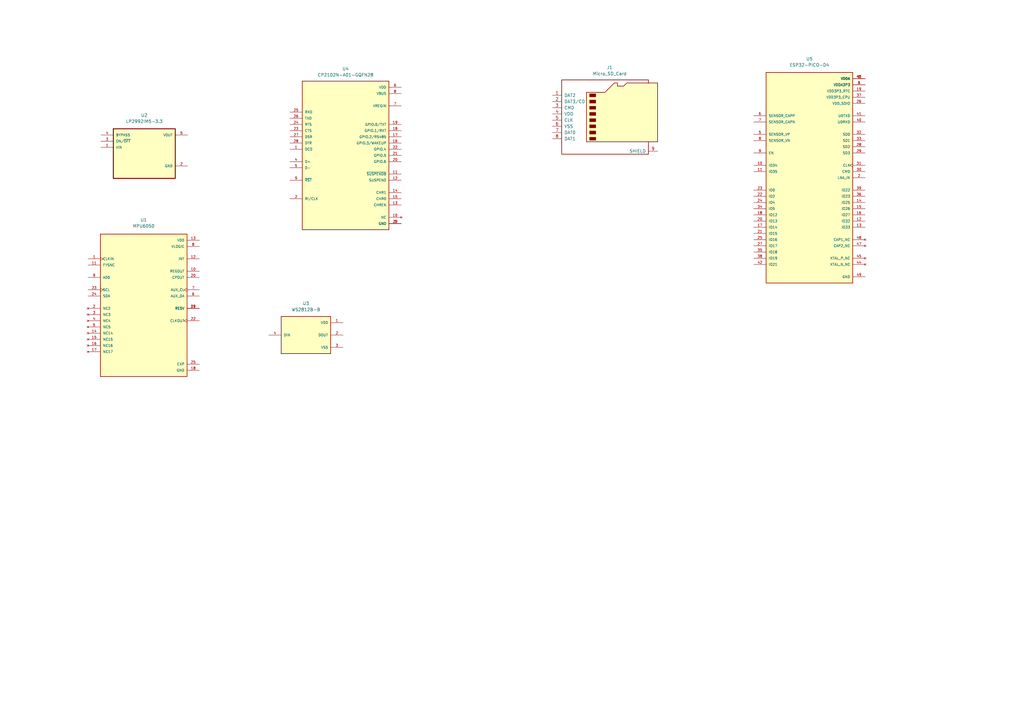
<source format=kicad_sch>
(kicad_sch (version 20211123) (generator eeschema)

  (uuid 54a965ad-d35c-449e-bf42-9804aa86b58e)

  (paper "A3")

  (title_block
    (title "Egret")
    (date "2022-07-08")
    (company "UinIO.com")
  )

  (lib_symbols
    (symbol "CP2102N-A01-GQFN28:CP2102N-A01-GQFN28" (pin_names (offset 1.016)) (in_bom yes) (on_board yes)
      (property "Reference" "U" (id 0) (at -17.8308 31.0896 0)
        (effects (font (size 1.27 1.27)) (justify left bottom))
      )
      (property "Value" "CP2102N-A01-GQFN28" (id 1) (at -17.8054 -31.0388 0)
        (effects (font (size 1.27 1.27)) (justify left bottom))
      )
      (property "Footprint" "QFN50P500X500X80-29N" (id 2) (at 0 0 0)
        (effects (font (size 1.27 1.27)) (justify left bottom) hide)
      )
      (property "Datasheet" "" (id 3) (at 0 0 0)
        (effects (font (size 1.27 1.27)) (justify left bottom) hide)
      )
      (property "STANDARD" "IPC 7351B" (id 4) (at 0 0 0)
        (effects (font (size 1.27 1.27)) (justify left bottom) hide)
      )
      (property "PARTREV" "1.0" (id 5) (at 0 0 0)
        (effects (font (size 1.27 1.27)) (justify left bottom) hide)
      )
      (property "MANUFACTURER" "SILICON LABS" (id 6) (at 0 0 0)
        (effects (font (size 1.27 1.27)) (justify left bottom) hide)
      )
      (property "MAXIMUM_PACKAGE_HEIGHT" "0.8mm" (id 7) (at 0 0 0)
        (effects (font (size 1.27 1.27)) (justify left bottom) hide)
      )
      (property "ki_locked" "" (id 8) (at 0 0 0)
        (effects (font (size 1.27 1.27)))
      )
      (symbol "CP2102N-A01-GQFN28_0_0"
        (rectangle (start -17.78 -30.48) (end 17.78 30.48)
          (stroke (width 0.254) (type default) (color 0 0 0 0))
          (fill (type background))
        )
        (pin input line (at -22.86 2.54 0) (length 5.08)
          (name "DCD" (effects (font (size 1.016 1.016))))
          (number "1" (effects (font (size 1.016 1.016))))
        )
        (pin no_connect line (at 22.86 -25.4 180) (length 5.08)
          (name "NC" (effects (font (size 1.016 1.016))))
          (number "10" (effects (font (size 1.016 1.016))))
        )
        (pin output line (at 22.86 -7.62 180) (length 5.08)
          (name "~{SUSPENDB}" (effects (font (size 1.016 1.016))))
          (number "11" (effects (font (size 1.016 1.016))))
        )
        (pin output line (at 22.86 -10.16 180) (length 5.08)
          (name "SUSPEND" (effects (font (size 1.016 1.016))))
          (number "12" (effects (font (size 1.016 1.016))))
        )
        (pin output line (at 22.86 -20.32 180) (length 5.08)
          (name "CHREN" (effects (font (size 1.016 1.016))))
          (number "13" (effects (font (size 1.016 1.016))))
        )
        (pin output line (at 22.86 -15.24 180) (length 5.08)
          (name "CHR1" (effects (font (size 1.016 1.016))))
          (number "14" (effects (font (size 1.016 1.016))))
        )
        (pin output line (at 22.86 -17.78 180) (length 5.08)
          (name "CHR0" (effects (font (size 1.016 1.016))))
          (number "15" (effects (font (size 1.016 1.016))))
        )
        (pin bidirectional line (at 22.86 5.08 180) (length 5.08)
          (name "GPIO.3/WAKEUP" (effects (font (size 1.016 1.016))))
          (number "16" (effects (font (size 1.016 1.016))))
        )
        (pin bidirectional line (at 22.86 7.62 180) (length 5.08)
          (name "GPIO.2/RS485" (effects (font (size 1.016 1.016))))
          (number "17" (effects (font (size 1.016 1.016))))
        )
        (pin bidirectional line (at 22.86 10.16 180) (length 5.08)
          (name "GPIO.1/RXT" (effects (font (size 1.016 1.016))))
          (number "18" (effects (font (size 1.016 1.016))))
        )
        (pin bidirectional line (at 22.86 12.7 180) (length 5.08)
          (name "GPIO.0/TXT" (effects (font (size 1.016 1.016))))
          (number "19" (effects (font (size 1.016 1.016))))
        )
        (pin bidirectional line (at -22.86 -17.78 0) (length 5.08)
          (name "RI/CLK" (effects (font (size 1.016 1.016))))
          (number "2" (effects (font (size 1.016 1.016))))
        )
        (pin bidirectional line (at 22.86 -2.54 180) (length 5.08)
          (name "GPIO.6" (effects (font (size 1.016 1.016))))
          (number "20" (effects (font (size 1.016 1.016))))
        )
        (pin bidirectional line (at 22.86 0 180) (length 5.08)
          (name "GPIO.5" (effects (font (size 1.016 1.016))))
          (number "21" (effects (font (size 1.016 1.016))))
        )
        (pin bidirectional line (at 22.86 2.54 180) (length 5.08)
          (name "GPIO.4" (effects (font (size 1.016 1.016))))
          (number "22" (effects (font (size 1.016 1.016))))
        )
        (pin input line (at -22.86 10.16 0) (length 5.08)
          (name "CTS" (effects (font (size 1.016 1.016))))
          (number "23" (effects (font (size 1.016 1.016))))
        )
        (pin output line (at -22.86 12.7 0) (length 5.08)
          (name "RTS" (effects (font (size 1.016 1.016))))
          (number "24" (effects (font (size 1.016 1.016))))
        )
        (pin input line (at -22.86 17.78 0) (length 5.08)
          (name "RXD" (effects (font (size 1.016 1.016))))
          (number "25" (effects (font (size 1.016 1.016))))
        )
        (pin output line (at -22.86 15.24 0) (length 5.08)
          (name "TXD" (effects (font (size 1.016 1.016))))
          (number "26" (effects (font (size 1.016 1.016))))
        )
        (pin input line (at -22.86 7.62 0) (length 5.08)
          (name "DSR" (effects (font (size 1.016 1.016))))
          (number "27" (effects (font (size 1.016 1.016))))
        )
        (pin output line (at -22.86 5.08 0) (length 5.08)
          (name "DTR" (effects (font (size 1.016 1.016))))
          (number "28" (effects (font (size 1.016 1.016))))
        )
        (pin power_in line (at 22.86 -27.94 180) (length 5.08)
          (name "GND" (effects (font (size 1.016 1.016))))
          (number "29" (effects (font (size 1.016 1.016))))
        )
        (pin power_in line (at 22.86 -27.94 180) (length 5.08)
          (name "GND" (effects (font (size 1.016 1.016))))
          (number "3" (effects (font (size 1.016 1.016))))
        )
        (pin bidirectional line (at -22.86 -2.54 0) (length 5.08)
          (name "D+" (effects (font (size 1.016 1.016))))
          (number "4" (effects (font (size 1.016 1.016))))
        )
        (pin bidirectional line (at -22.86 -5.08 0) (length 5.08)
          (name "D-" (effects (font (size 1.016 1.016))))
          (number "5" (effects (font (size 1.016 1.016))))
        )
        (pin power_in line (at 22.86 27.94 180) (length 5.08)
          (name "VDD" (effects (font (size 1.016 1.016))))
          (number "6" (effects (font (size 1.016 1.016))))
        )
        (pin power_in line (at 22.86 20.32 180) (length 5.08)
          (name "VREGIN" (effects (font (size 1.016 1.016))))
          (number "7" (effects (font (size 1.016 1.016))))
        )
        (pin power_in line (at 22.86 25.4 180) (length 5.08)
          (name "VBUS" (effects (font (size 1.016 1.016))))
          (number "8" (effects (font (size 1.016 1.016))))
        )
        (pin input line (at -22.86 -10.16 0) (length 5.08)
          (name "~{RST}" (effects (font (size 1.016 1.016))))
          (number "9" (effects (font (size 1.016 1.016))))
        )
      )
    )
    (symbol "Connector:Micro_SD_Card" (pin_names (offset 1.016)) (in_bom yes) (on_board yes)
      (property "Reference" "J" (id 0) (at -16.51 15.24 0)
        (effects (font (size 1.27 1.27)))
      )
      (property "Value" "Micro_SD_Card" (id 1) (at 16.51 15.24 0)
        (effects (font (size 1.27 1.27)) (justify right))
      )
      (property "Footprint" "" (id 2) (at 29.21 7.62 0)
        (effects (font (size 1.27 1.27)) hide)
      )
      (property "Datasheet" "http://katalog.we-online.de/em/datasheet/693072010801.pdf" (id 3) (at 0 0 0)
        (effects (font (size 1.27 1.27)) hide)
      )
      (property "ki_keywords" "connector SD microsd" (id 4) (at 0 0 0)
        (effects (font (size 1.27 1.27)) hide)
      )
      (property "ki_description" "Micro SD Card Socket" (id 5) (at 0 0 0)
        (effects (font (size 1.27 1.27)) hide)
      )
      (property "ki_fp_filters" "microSD*" (id 6) (at 0 0 0)
        (effects (font (size 1.27 1.27)) hide)
      )
      (symbol "Micro_SD_Card_0_1"
        (rectangle (start -7.62 -9.525) (end -5.08 -10.795)
          (stroke (width 0) (type default) (color 0 0 0 0))
          (fill (type outline))
        )
        (rectangle (start -7.62 -6.985) (end -5.08 -8.255)
          (stroke (width 0) (type default) (color 0 0 0 0))
          (fill (type outline))
        )
        (rectangle (start -7.62 -4.445) (end -5.08 -5.715)
          (stroke (width 0) (type default) (color 0 0 0 0))
          (fill (type outline))
        )
        (rectangle (start -7.62 -1.905) (end -5.08 -3.175)
          (stroke (width 0) (type default) (color 0 0 0 0))
          (fill (type outline))
        )
        (rectangle (start -7.62 0.635) (end -5.08 -0.635)
          (stroke (width 0) (type default) (color 0 0 0 0))
          (fill (type outline))
        )
        (rectangle (start -7.62 3.175) (end -5.08 1.905)
          (stroke (width 0) (type default) (color 0 0 0 0))
          (fill (type outline))
        )
        (rectangle (start -7.62 5.715) (end -5.08 4.445)
          (stroke (width 0) (type default) (color 0 0 0 0))
          (fill (type outline))
        )
        (rectangle (start -7.62 8.255) (end -5.08 6.985)
          (stroke (width 0) (type default) (color 0 0 0 0))
          (fill (type outline))
        )
        (polyline
          (pts
            (xy 16.51 12.7)
            (xy 16.51 13.97)
            (xy -19.05 13.97)
            (xy -19.05 -16.51)
            (xy 16.51 -16.51)
            (xy 16.51 -11.43)
          )
          (stroke (width 0.254) (type default) (color 0 0 0 0))
          (fill (type none))
        )
        (polyline
          (pts
            (xy -8.89 -11.43)
            (xy -8.89 8.89)
            (xy -1.27 8.89)
            (xy 2.54 12.7)
            (xy 3.81 12.7)
            (xy 3.81 11.43)
            (xy 6.35 11.43)
            (xy 7.62 12.7)
            (xy 20.32 12.7)
            (xy 20.32 -11.43)
            (xy -8.89 -11.43)
          )
          (stroke (width 0.254) (type default) (color 0 0 0 0))
          (fill (type background))
        )
      )
      (symbol "Micro_SD_Card_1_1"
        (pin bidirectional line (at -22.86 7.62 0) (length 3.81)
          (name "DAT2" (effects (font (size 1.27 1.27))))
          (number "1" (effects (font (size 1.27 1.27))))
        )
        (pin bidirectional line (at -22.86 5.08 0) (length 3.81)
          (name "DAT3/CD" (effects (font (size 1.27 1.27))))
          (number "2" (effects (font (size 1.27 1.27))))
        )
        (pin input line (at -22.86 2.54 0) (length 3.81)
          (name "CMD" (effects (font (size 1.27 1.27))))
          (number "3" (effects (font (size 1.27 1.27))))
        )
        (pin power_in line (at -22.86 0 0) (length 3.81)
          (name "VDD" (effects (font (size 1.27 1.27))))
          (number "4" (effects (font (size 1.27 1.27))))
        )
        (pin input line (at -22.86 -2.54 0) (length 3.81)
          (name "CLK" (effects (font (size 1.27 1.27))))
          (number "5" (effects (font (size 1.27 1.27))))
        )
        (pin power_in line (at -22.86 -5.08 0) (length 3.81)
          (name "VSS" (effects (font (size 1.27 1.27))))
          (number "6" (effects (font (size 1.27 1.27))))
        )
        (pin bidirectional line (at -22.86 -7.62 0) (length 3.81)
          (name "DAT0" (effects (font (size 1.27 1.27))))
          (number "7" (effects (font (size 1.27 1.27))))
        )
        (pin bidirectional line (at -22.86 -10.16 0) (length 3.81)
          (name "DAT1" (effects (font (size 1.27 1.27))))
          (number "8" (effects (font (size 1.27 1.27))))
        )
        (pin passive line (at 20.32 -15.24 180) (length 3.81)
          (name "SHIELD" (effects (font (size 1.27 1.27))))
          (number "9" (effects (font (size 1.27 1.27))))
        )
      )
    )
    (symbol "ESP32-PICO-D4:ESP32-PICO-D4" (pin_names (offset 1.016)) (in_bom yes) (on_board yes)
      (property "Reference" "U" (id 0) (at -17.78 44.069 0)
        (effects (font (size 1.27 1.27)) (justify left bottom))
      )
      (property "Value" "ESP32-PICO-D4" (id 1) (at -17.78 -45.72 0)
        (effects (font (size 1.27 1.27)) (justify left bottom))
      )
      (property "Footprint" "PQFN50P700X700X104-49N" (id 2) (at 0 0 0)
        (effects (font (size 1.27 1.27)) (justify left bottom) hide)
      )
      (property "Datasheet" "" (id 3) (at 0 0 0)
        (effects (font (size 1.27 1.27)) (justify left bottom) hide)
      )
      (property "PARTREV" "v1.9" (id 4) (at 0 0 0)
        (effects (font (size 1.27 1.27)) (justify left bottom) hide)
      )
      (property "MANUFACTURER" "Espressif Systems" (id 5) (at 0 0 0)
        (effects (font (size 1.27 1.27)) (justify left bottom) hide)
      )
      (property "MAXIMUM_PACKAGE_HEIGHT" "1.04 mm" (id 6) (at 0 0 0)
        (effects (font (size 1.27 1.27)) (justify left bottom) hide)
      )
      (property "STANDARD" "IPC 7351B" (id 7) (at 0 0 0)
        (effects (font (size 1.27 1.27)) (justify left bottom) hide)
      )
      (property "ki_locked" "" (id 8) (at 0 0 0)
        (effects (font (size 1.27 1.27)))
      )
      (symbol "ESP32-PICO-D4_0_0"
        (rectangle (start -17.78 -43.18) (end 17.78 43.18)
          (stroke (width 0.254) (type default) (color 0 0 0 0))
          (fill (type background))
        )
        (pin power_in line (at 22.86 40.64 180) (length 5.08)
          (name "VDDA" (effects (font (size 1.016 1.016))))
          (number "1" (effects (font (size 1.016 1.016))))
        )
        (pin input line (at -22.86 5.08 0) (length 5.08)
          (name "IO34" (effects (font (size 1.016 1.016))))
          (number "10" (effects (font (size 1.016 1.016))))
        )
        (pin input line (at -22.86 2.54 0) (length 5.08)
          (name "IO35" (effects (font (size 1.016 1.016))))
          (number "11" (effects (font (size 1.016 1.016))))
        )
        (pin bidirectional line (at 22.86 -17.78 180) (length 5.08)
          (name "IO32" (effects (font (size 1.016 1.016))))
          (number "12" (effects (font (size 1.016 1.016))))
        )
        (pin bidirectional line (at 22.86 -20.32 180) (length 5.08)
          (name "IO33" (effects (font (size 1.016 1.016))))
          (number "13" (effects (font (size 1.016 1.016))))
        )
        (pin bidirectional line (at 22.86 -10.16 180) (length 5.08)
          (name "IO25" (effects (font (size 1.016 1.016))))
          (number "14" (effects (font (size 1.016 1.016))))
        )
        (pin bidirectional line (at 22.86 -12.7 180) (length 5.08)
          (name "IO26" (effects (font (size 1.016 1.016))))
          (number "15" (effects (font (size 1.016 1.016))))
        )
        (pin bidirectional line (at 22.86 -15.24 180) (length 5.08)
          (name "IO27" (effects (font (size 1.016 1.016))))
          (number "16" (effects (font (size 1.016 1.016))))
        )
        (pin bidirectional line (at -22.86 -20.32 0) (length 5.08)
          (name "IO14" (effects (font (size 1.016 1.016))))
          (number "17" (effects (font (size 1.016 1.016))))
        )
        (pin bidirectional line (at -22.86 -15.24 0) (length 5.08)
          (name "IO12" (effects (font (size 1.016 1.016))))
          (number "18" (effects (font (size 1.016 1.016))))
        )
        (pin power_in line (at 22.86 35.56 180) (length 5.08)
          (name "VDD3P3_RTC" (effects (font (size 1.016 1.016))))
          (number "19" (effects (font (size 1.016 1.016))))
        )
        (pin bidirectional line (at 22.86 0 180) (length 5.08)
          (name "LNA_IN" (effects (font (size 1.016 1.016))))
          (number "2" (effects (font (size 1.016 1.016))))
        )
        (pin bidirectional line (at -22.86 -17.78 0) (length 5.08)
          (name "IO13" (effects (font (size 1.016 1.016))))
          (number "20" (effects (font (size 1.016 1.016))))
        )
        (pin bidirectional line (at -22.86 -22.86 0) (length 5.08)
          (name "IO15" (effects (font (size 1.016 1.016))))
          (number "21" (effects (font (size 1.016 1.016))))
        )
        (pin bidirectional line (at -22.86 -7.62 0) (length 5.08)
          (name "IO2" (effects (font (size 1.016 1.016))))
          (number "22" (effects (font (size 1.016 1.016))))
        )
        (pin bidirectional line (at -22.86 -5.08 0) (length 5.08)
          (name "IO0" (effects (font (size 1.016 1.016))))
          (number "23" (effects (font (size 1.016 1.016))))
        )
        (pin bidirectional line (at -22.86 -10.16 0) (length 5.08)
          (name "IO4" (effects (font (size 1.016 1.016))))
          (number "24" (effects (font (size 1.016 1.016))))
        )
        (pin bidirectional line (at -22.86 -25.4 0) (length 5.08)
          (name "IO16" (effects (font (size 1.016 1.016))))
          (number "25" (effects (font (size 1.016 1.016))))
        )
        (pin power_in line (at 22.86 30.48 180) (length 5.08)
          (name "VDD_SDIO" (effects (font (size 1.016 1.016))))
          (number "26" (effects (font (size 1.016 1.016))))
        )
        (pin bidirectional line (at -22.86 -27.94 0) (length 5.08)
          (name "IO17" (effects (font (size 1.016 1.016))))
          (number "27" (effects (font (size 1.016 1.016))))
        )
        (pin bidirectional line (at 22.86 12.7 180) (length 5.08)
          (name "SD2" (effects (font (size 1.016 1.016))))
          (number "28" (effects (font (size 1.016 1.016))))
        )
        (pin bidirectional line (at 22.86 10.16 180) (length 5.08)
          (name "SD3" (effects (font (size 1.016 1.016))))
          (number "29" (effects (font (size 1.016 1.016))))
        )
        (pin power_in line (at 22.86 38.1 180) (length 5.08)
          (name "VDDA3P3" (effects (font (size 1.016 1.016))))
          (number "3" (effects (font (size 1.016 1.016))))
        )
        (pin bidirectional line (at 22.86 2.54 180) (length 5.08)
          (name "CMD" (effects (font (size 1.016 1.016))))
          (number "30" (effects (font (size 1.016 1.016))))
        )
        (pin bidirectional clock (at 22.86 5.08 180) (length 5.08)
          (name "CLK" (effects (font (size 1.016 1.016))))
          (number "31" (effects (font (size 1.016 1.016))))
        )
        (pin bidirectional line (at 22.86 17.78 180) (length 5.08)
          (name "SD0" (effects (font (size 1.016 1.016))))
          (number "32" (effects (font (size 1.016 1.016))))
        )
        (pin bidirectional line (at 22.86 15.24 180) (length 5.08)
          (name "SD1" (effects (font (size 1.016 1.016))))
          (number "33" (effects (font (size 1.016 1.016))))
        )
        (pin bidirectional line (at -22.86 -12.7 0) (length 5.08)
          (name "IO5" (effects (font (size 1.016 1.016))))
          (number "34" (effects (font (size 1.016 1.016))))
        )
        (pin bidirectional line (at -22.86 -30.48 0) (length 5.08)
          (name "IO18" (effects (font (size 1.016 1.016))))
          (number "35" (effects (font (size 1.016 1.016))))
        )
        (pin bidirectional line (at 22.86 -7.62 180) (length 5.08)
          (name "IO23" (effects (font (size 1.016 1.016))))
          (number "36" (effects (font (size 1.016 1.016))))
        )
        (pin power_in line (at 22.86 33.02 180) (length 5.08)
          (name "VDD3P3_CPU" (effects (font (size 1.016 1.016))))
          (number "37" (effects (font (size 1.016 1.016))))
        )
        (pin bidirectional line (at -22.86 -33.02 0) (length 5.08)
          (name "IO19" (effects (font (size 1.016 1.016))))
          (number "38" (effects (font (size 1.016 1.016))))
        )
        (pin bidirectional line (at 22.86 -5.08 180) (length 5.08)
          (name "IO22" (effects (font (size 1.016 1.016))))
          (number "39" (effects (font (size 1.016 1.016))))
        )
        (pin power_in line (at 22.86 38.1 180) (length 5.08)
          (name "VDDA3P3" (effects (font (size 1.016 1.016))))
          (number "4" (effects (font (size 1.016 1.016))))
        )
        (pin bidirectional line (at 22.86 22.86 180) (length 5.08)
          (name "U0RXD" (effects (font (size 1.016 1.016))))
          (number "40" (effects (font (size 1.016 1.016))))
        )
        (pin bidirectional line (at 22.86 25.4 180) (length 5.08)
          (name "U0TXD" (effects (font (size 1.016 1.016))))
          (number "41" (effects (font (size 1.016 1.016))))
        )
        (pin bidirectional line (at -22.86 -35.56 0) (length 5.08)
          (name "IO21" (effects (font (size 1.016 1.016))))
          (number "42" (effects (font (size 1.016 1.016))))
        )
        (pin power_in line (at 22.86 40.64 180) (length 5.08)
          (name "VDDA" (effects (font (size 1.016 1.016))))
          (number "43" (effects (font (size 1.016 1.016))))
        )
        (pin no_connect line (at 22.86 -35.56 180) (length 5.08)
          (name "XTAL_N_NC" (effects (font (size 1.016 1.016))))
          (number "44" (effects (font (size 1.016 1.016))))
        )
        (pin no_connect line (at 22.86 -33.02 180) (length 5.08)
          (name "XTAL_P_NC" (effects (font (size 1.016 1.016))))
          (number "45" (effects (font (size 1.016 1.016))))
        )
        (pin power_in line (at 22.86 40.64 180) (length 5.08)
          (name "VDDA" (effects (font (size 1.016 1.016))))
          (number "46" (effects (font (size 1.016 1.016))))
        )
        (pin no_connect line (at 22.86 -27.94 180) (length 5.08)
          (name "CAP2_NC" (effects (font (size 1.016 1.016))))
          (number "47" (effects (font (size 1.016 1.016))))
        )
        (pin no_connect line (at 22.86 -25.4 180) (length 5.08)
          (name "CAP1_NC" (effects (font (size 1.016 1.016))))
          (number "48" (effects (font (size 1.016 1.016))))
        )
        (pin power_in line (at 22.86 -40.64 180) (length 5.08)
          (name "GND" (effects (font (size 1.016 1.016))))
          (number "49" (effects (font (size 1.016 1.016))))
        )
        (pin input line (at -22.86 17.78 0) (length 5.08)
          (name "SENSOR_VP" (effects (font (size 1.016 1.016))))
          (number "5" (effects (font (size 1.016 1.016))))
        )
        (pin input line (at -22.86 25.4 0) (length 5.08)
          (name "SENSOR_CAPP" (effects (font (size 1.016 1.016))))
          (number "6" (effects (font (size 1.016 1.016))))
        )
        (pin input line (at -22.86 22.86 0) (length 5.08)
          (name "SENSOR_CAPN" (effects (font (size 1.016 1.016))))
          (number "7" (effects (font (size 1.016 1.016))))
        )
        (pin input line (at -22.86 15.24 0) (length 5.08)
          (name "SENSOR_VN" (effects (font (size 1.016 1.016))))
          (number "8" (effects (font (size 1.016 1.016))))
        )
        (pin input line (at -22.86 10.16 0) (length 5.08)
          (name "EN" (effects (font (size 1.016 1.016))))
          (number "9" (effects (font (size 1.016 1.016))))
        )
      )
    )
    (symbol "LP2992IM5-3.3:LP2992IM5-3.3" (pin_names (offset 1.016)) (in_bom yes) (on_board yes)
      (property "Reference" "U" (id 0) (at -12.7 11.1506 0)
        (effects (font (size 1.27 1.27)) (justify left bottom))
      )
      (property "Value" "LP2992IM5-3.3" (id 1) (at -12.7 -14.1478 0)
        (effects (font (size 1.27 1.27)) (justify left bottom))
      )
      (property "Footprint" "SOT95P280X145-5N" (id 2) (at 0 0 0)
        (effects (font (size 1.27 1.27)) (justify left bottom) hide)
      )
      (property "Datasheet" "" (id 3) (at 0 0 0)
        (effects (font (size 1.27 1.27)) (justify left bottom) hide)
      )
      (property "ki_locked" "" (id 4) (at 0 0 0)
        (effects (font (size 1.27 1.27)))
      )
      (symbol "LP2992IM5-3.3_0_0"
        (rectangle (start -12.7 -10.16) (end 12.7 10.16)
          (stroke (width 0.4064) (type default) (color 0 0 0 0))
          (fill (type background))
        )
        (pin input line (at -17.78 2.54 0) (length 5.08)
          (name "VIN" (effects (font (size 1.016 1.016))))
          (number "1" (effects (font (size 1.016 1.016))))
        )
        (pin power_in line (at 17.78 -5.08 180) (length 5.08)
          (name "GND" (effects (font (size 1.016 1.016))))
          (number "2" (effects (font (size 1.016 1.016))))
        )
        (pin input line (at -17.78 5.08 0) (length 5.08)
          (name "ON/~{OFF}" (effects (font (size 1.016 1.016))))
          (number "3" (effects (font (size 1.016 1.016))))
        )
        (pin input line (at -17.78 7.62 0) (length 5.08)
          (name "BYPASS" (effects (font (size 1.016 1.016))))
          (number "4" (effects (font (size 1.016 1.016))))
        )
        (pin output line (at 17.78 7.62 180) (length 5.08)
          (name "VOUT" (effects (font (size 1.016 1.016))))
          (number "5" (effects (font (size 1.016 1.016))))
        )
      )
    )
    (symbol "MPU6050:MPU6050" (pin_names (offset 1.016)) (in_bom yes) (on_board yes)
      (property "Reference" "U" (id 0) (at -17.78 29.21 0)
        (effects (font (size 1.27 1.27)) (justify left bottom))
      )
      (property "Value" "MPU6050" (id 1) (at -17.78 -31.75 0)
        (effects (font (size 1.27 1.27)) (justify left bottom))
      )
      (property "Footprint" "IC_MPU6050" (id 2) (at 0 0 0)
        (effects (font (size 1.27 1.27)) (justify left bottom) hide)
      )
      (property "Datasheet" "" (id 3) (at 0 0 0)
        (effects (font (size 1.27 1.27)) (justify left bottom) hide)
      )
      (property "STANDARD" "Manufacturer Recommendations" (id 4) (at 0 0 0)
        (effects (font (size 1.27 1.27)) (justify left bottom) hide)
      )
      (property "PARTREV" "3.4" (id 5) (at 0 0 0)
        (effects (font (size 1.27 1.27)) (justify left bottom) hide)
      )
      (property "MANUFACTURER" "TDK InvenSense" (id 6) (at 0 0 0)
        (effects (font (size 1.27 1.27)) (justify left bottom) hide)
      )
      (property "MAXIMUM_PACKAGE_HEIGHT" "0.95 mm" (id 7) (at 0 0 0)
        (effects (font (size 1.27 1.27)) (justify left bottom) hide)
      )
      (property "ki_locked" "" (id 8) (at 0 0 0)
        (effects (font (size 1.27 1.27)))
      )
      (symbol "MPU6050_0_0"
        (rectangle (start -17.78 -30.48) (end 17.78 27.94)
          (stroke (width 0.254) (type default) (color 0 0 0 0))
          (fill (type background))
        )
        (pin input clock (at -22.86 17.78 0) (length 5.08)
          (name "CLKIN" (effects (font (size 1.016 1.016))))
          (number "1" (effects (font (size 1.016 1.016))))
        )
        (pin output line (at 22.86 12.7 180) (length 5.08)
          (name "REGOUT" (effects (font (size 1.016 1.016))))
          (number "10" (effects (font (size 1.016 1.016))))
        )
        (pin input line (at -22.86 15.24 0) (length 5.08)
          (name "FYSNC" (effects (font (size 1.016 1.016))))
          (number "11" (effects (font (size 1.016 1.016))))
        )
        (pin output line (at 22.86 17.78 180) (length 5.08)
          (name "INT" (effects (font (size 1.016 1.016))))
          (number "12" (effects (font (size 1.016 1.016))))
        )
        (pin power_in line (at 22.86 25.4 180) (length 5.08)
          (name "VDD" (effects (font (size 1.016 1.016))))
          (number "13" (effects (font (size 1.016 1.016))))
        )
        (pin no_connect line (at -22.86 -12.7 0) (length 5.08)
          (name "NC14" (effects (font (size 1.016 1.016))))
          (number "14" (effects (font (size 1.016 1.016))))
        )
        (pin no_connect line (at -22.86 -15.24 0) (length 5.08)
          (name "NC15" (effects (font (size 1.016 1.016))))
          (number "15" (effects (font (size 1.016 1.016))))
        )
        (pin no_connect line (at -22.86 -17.78 0) (length 5.08)
          (name "NC16" (effects (font (size 1.016 1.016))))
          (number "16" (effects (font (size 1.016 1.016))))
        )
        (pin no_connect line (at -22.86 -20.32 0) (length 5.08)
          (name "NC17" (effects (font (size 1.016 1.016))))
          (number "17" (effects (font (size 1.016 1.016))))
        )
        (pin power_in line (at 22.86 -27.94 180) (length 5.08)
          (name "GND" (effects (font (size 1.016 1.016))))
          (number "18" (effects (font (size 1.016 1.016))))
        )
        (pin bidirectional line (at 22.86 -2.54 180) (length 5.08)
          (name "RESV" (effects (font (size 1.016 1.016))))
          (number "19" (effects (font (size 1.016 1.016))))
        )
        (pin no_connect line (at -22.86 -2.54 0) (length 5.08)
          (name "NC2" (effects (font (size 1.016 1.016))))
          (number "2" (effects (font (size 1.016 1.016))))
        )
        (pin output line (at 22.86 10.16 180) (length 5.08)
          (name "CPOUT" (effects (font (size 1.016 1.016))))
          (number "20" (effects (font (size 1.016 1.016))))
        )
        (pin bidirectional line (at 22.86 -2.54 180) (length 5.08)
          (name "RESV" (effects (font (size 1.016 1.016))))
          (number "21" (effects (font (size 1.016 1.016))))
        )
        (pin output clock (at 22.86 -7.62 180) (length 5.08)
          (name "CLKOUT" (effects (font (size 1.016 1.016))))
          (number "22" (effects (font (size 1.016 1.016))))
        )
        (pin input clock (at -22.86 5.08 0) (length 5.08)
          (name "SCL" (effects (font (size 1.016 1.016))))
          (number "23" (effects (font (size 1.016 1.016))))
        )
        (pin bidirectional line (at -22.86 2.54 0) (length 5.08)
          (name "SDA" (effects (font (size 1.016 1.016))))
          (number "24" (effects (font (size 1.016 1.016))))
        )
        (pin power_in line (at 22.86 -25.4 180) (length 5.08)
          (name "EXP" (effects (font (size 1.016 1.016))))
          (number "25" (effects (font (size 1.016 1.016))))
        )
        (pin no_connect line (at -22.86 -5.08 0) (length 5.08)
          (name "NC3" (effects (font (size 1.016 1.016))))
          (number "3" (effects (font (size 1.016 1.016))))
        )
        (pin no_connect line (at -22.86 -7.62 0) (length 5.08)
          (name "NC4" (effects (font (size 1.016 1.016))))
          (number "4" (effects (font (size 1.016 1.016))))
        )
        (pin no_connect line (at -22.86 -10.16 0) (length 5.08)
          (name "NC5" (effects (font (size 1.016 1.016))))
          (number "5" (effects (font (size 1.016 1.016))))
        )
        (pin bidirectional line (at 22.86 2.54 180) (length 5.08)
          (name "AUX_DA" (effects (font (size 1.016 1.016))))
          (number "6" (effects (font (size 1.016 1.016))))
        )
        (pin output clock (at 22.86 5.08 180) (length 5.08)
          (name "AUX_CL" (effects (font (size 1.016 1.016))))
          (number "7" (effects (font (size 1.016 1.016))))
        )
        (pin power_in line (at 22.86 22.86 180) (length 5.08)
          (name "VLOGIC" (effects (font (size 1.016 1.016))))
          (number "8" (effects (font (size 1.016 1.016))))
        )
        (pin input line (at -22.86 10.16 0) (length 5.08)
          (name "AD0" (effects (font (size 1.016 1.016))))
          (number "9" (effects (font (size 1.016 1.016))))
        )
      )
    )
    (symbol "WS2812B-B:WS2812B-B" (pin_names (offset 1.016)) (in_bom yes) (on_board yes)
      (property "Reference" "U" (id 0) (at -10.16 8.128 0)
        (effects (font (size 1.27 1.27)) (justify left bottom))
      )
      (property "Value" "WS2812B-B" (id 1) (at -10.16 -10.16 0)
        (effects (font (size 1.27 1.27)) (justify left bottom))
      )
      (property "Footprint" "LED_WS2812B-B" (id 2) (at 0 0 0)
        (effects (font (size 1.27 1.27)) (justify left bottom) hide)
      )
      (property "Datasheet" "" (id 3) (at 0 0 0)
        (effects (font (size 1.27 1.27)) (justify left bottom) hide)
      )
      (property "PARTREV" "5" (id 4) (at 0 0 0)
        (effects (font (size 1.27 1.27)) (justify left bottom) hide)
      )
      (property "STANDARD" "Manufacturer Recommendations" (id 5) (at 0 0 0)
        (effects (font (size 1.27 1.27)) (justify left bottom) hide)
      )
      (property "MAXIMUM_PACKAGE_HIEGHT" "1.62 mm" (id 6) (at 0 0 0)
        (effects (font (size 1.27 1.27)) (justify left bottom) hide)
      )
      (property "MANUFACTURER" "Worldsemi" (id 7) (at 0 0 0)
        (effects (font (size 1.27 1.27)) (justify left bottom) hide)
      )
      (property "ki_locked" "" (id 8) (at 0 0 0)
        (effects (font (size 1.27 1.27)))
      )
      (symbol "WS2812B-B_0_0"
        (rectangle (start -10.16 -7.62) (end 10.16 7.62)
          (stroke (width 0.254) (type default) (color 0 0 0 0))
          (fill (type background))
        )
        (pin power_in line (at 15.24 5.08 180) (length 5.08)
          (name "VDD" (effects (font (size 1.016 1.016))))
          (number "1" (effects (font (size 1.016 1.016))))
        )
        (pin output line (at 15.24 0 180) (length 5.08)
          (name "DOUT" (effects (font (size 1.016 1.016))))
          (number "2" (effects (font (size 1.016 1.016))))
        )
        (pin power_in line (at 15.24 -5.08 180) (length 5.08)
          (name "VSS" (effects (font (size 1.016 1.016))))
          (number "3" (effects (font (size 1.016 1.016))))
        )
        (pin input line (at -15.24 0 0) (length 5.08)
          (name "DIN" (effects (font (size 1.016 1.016))))
          (number "4" (effects (font (size 1.016 1.016))))
        )
      )
    )
  )


  (symbol (lib_id "Connector:Micro_SD_Card") (at 249.428 46.736 0) (unit 1)
    (in_bom yes) (on_board yes) (fields_autoplaced)
    (uuid 1c6107be-a426-49d9-b22c-58c6e2673f25)
    (property "Reference" "J1" (id 0) (at 250.063 27.686 0))
    (property "Value" "Micro_SD_Card" (id 1) (at 250.063 30.226 0))
    (property "Footprint" "" (id 2) (at 278.638 39.116 0)
      (effects (font (size 1.27 1.27)) hide)
    )
    (property "Datasheet" "http://katalog.we-online.de/em/datasheet/693072010801.pdf" (id 3) (at 249.428 46.736 0)
      (effects (font (size 1.27 1.27)) hide)
    )
    (pin "1" (uuid 69740ac0-e070-43ef-9c47-2d2bc908ed7d))
    (pin "2" (uuid 447b6613-b34b-4bac-9b0a-70b923ba2fbd))
    (pin "3" (uuid 59f62b4e-f4df-4f5e-a89c-b336dcdd66d5))
    (pin "4" (uuid cb8144ba-6934-4fc3-b4f4-987a77149a74))
    (pin "5" (uuid 9fff02f8-c80b-4647-8a26-c7d62e3c2be6))
    (pin "6" (uuid 332a3029-065c-4d31-9fd7-ea2e6420ca8f))
    (pin "7" (uuid d8fa7575-522c-4d40-904b-517773c715cf))
    (pin "8" (uuid d1afa42b-f867-47e9-ad7e-28c2cafe35f9))
    (pin "9" (uuid 891db534-3b78-4f88-b0c5-d99c3fafa079))
  )

  (symbol (lib_id "WS2812B-B:WS2812B-B") (at 125.476 137.414 0) (unit 1)
    (in_bom yes) (on_board yes) (fields_autoplaced)
    (uuid 45cb749b-1c88-41ed-aa3c-f3d0445807f5)
    (property "Reference" "U3" (id 0) (at 125.476 124.46 0))
    (property "Value" "WS2812B-B" (id 1) (at 125.476 127 0))
    (property "Footprint" "LED_WS2812B-B" (id 2) (at 125.476 137.414 0)
      (effects (font (size 1.27 1.27)) (justify left bottom) hide)
    )
    (property "Datasheet" "" (id 3) (at 125.476 137.414 0)
      (effects (font (size 1.27 1.27)) (justify left bottom) hide)
    )
    (property "PARTREV" "5" (id 4) (at 125.476 137.414 0)
      (effects (font (size 1.27 1.27)) (justify left bottom) hide)
    )
    (property "STANDARD" "Manufacturer Recommendations" (id 5) (at 125.476 137.414 0)
      (effects (font (size 1.27 1.27)) (justify left bottom) hide)
    )
    (property "MAXIMUM_PACKAGE_HIEGHT" "1.62 mm" (id 6) (at 125.476 137.414 0)
      (effects (font (size 1.27 1.27)) (justify left bottom) hide)
    )
    (property "MANUFACTURER" "Worldsemi" (id 7) (at 125.476 137.414 0)
      (effects (font (size 1.27 1.27)) (justify left bottom) hide)
    )
    (pin "1" (uuid 07cd2954-cf48-413f-be4b-873d4c0b37ef))
    (pin "2" (uuid c993b4e1-6934-4b59-955e-3024cef87c65))
    (pin "3" (uuid f755d34d-e796-4f0d-975d-530f1621d4ee))
    (pin "4" (uuid b557f78c-40b7-4bc7-98c1-3346ad37d3d6))
  )

  (symbol (lib_id "CP2102N-A01-GQFN28:CP2102N-A01-GQFN28") (at 141.732 63.754 0) (unit 1)
    (in_bom yes) (on_board yes) (fields_autoplaced)
    (uuid 63960c11-9573-4ba4-802e-67dab061f880)
    (property "Reference" "U4" (id 0) (at 141.732 28.194 0))
    (property "Value" "CP2102N-A01-GQFN28" (id 1) (at 141.732 30.734 0))
    (property "Footprint" "QFN50P500X500X80-29N" (id 2) (at 141.732 63.754 0)
      (effects (font (size 1.27 1.27)) (justify left bottom) hide)
    )
    (property "Datasheet" "" (id 3) (at 141.732 63.754 0)
      (effects (font (size 1.27 1.27)) (justify left bottom) hide)
    )
    (property "STANDARD" "IPC 7351B" (id 4) (at 141.732 63.754 0)
      (effects (font (size 1.27 1.27)) (justify left bottom) hide)
    )
    (property "PARTREV" "1.0" (id 5) (at 141.732 63.754 0)
      (effects (font (size 1.27 1.27)) (justify left bottom) hide)
    )
    (property "MANUFACTURER" "SILICON LABS" (id 6) (at 141.732 63.754 0)
      (effects (font (size 1.27 1.27)) (justify left bottom) hide)
    )
    (property "MAXIMUM_PACKAGE_HEIGHT" "0.8mm" (id 7) (at 141.732 63.754 0)
      (effects (font (size 1.27 1.27)) (justify left bottom) hide)
    )
    (pin "1" (uuid 379b612e-c42a-4e96-9f04-294055a699ad))
    (pin "10" (uuid f994a0b8-f2c7-4956-86bd-637cb32afcbb))
    (pin "11" (uuid bc7699a2-e2b8-4231-8bc1-2c1ff32e63ea))
    (pin "12" (uuid 915d1098-2aec-4c23-96a9-256ab03d4778))
    (pin "13" (uuid 6bf4d2d8-6025-4aa4-8825-c4afcff1119d))
    (pin "14" (uuid 5c5bf987-13e6-4546-95c8-ba76e0299b41))
    (pin "15" (uuid 8263d865-cd28-4059-bacb-663c72010615))
    (pin "16" (uuid ed203996-f4cd-4239-a87e-a8aa3ce30f4e))
    (pin "17" (uuid d73ce696-244f-4a78-863f-061a3d17bd8c))
    (pin "18" (uuid 33c7ce99-aaa2-431f-a2b3-52aaccf60a4e))
    (pin "19" (uuid 06fcc29f-1330-4603-9b86-bf8769e93399))
    (pin "2" (uuid c7dc95e9-0c24-4954-811c-b13c8c135793))
    (pin "20" (uuid 96db1ef8-ad17-4f05-b523-f990c9bea813))
    (pin "21" (uuid 0faad6d8-e865-434c-8872-06371be25fe3))
    (pin "22" (uuid a6e2686b-d336-429d-acef-746444d511c7))
    (pin "23" (uuid 92deeee6-8ce6-454c-b096-919d2b8c2fd3))
    (pin "24" (uuid 4f3a2dbd-32e9-4fc0-b345-d77b3c7cc4b8))
    (pin "25" (uuid c26716ac-00cb-4883-93cb-f076e6484b4a))
    (pin "26" (uuid 6e2fc978-1526-4a5e-a1e8-4e0bfe12e75e))
    (pin "27" (uuid 95dc86f8-62c6-4f4a-93a6-2ca46234ef32))
    (pin "28" (uuid 48b19e01-38b4-40fa-a05c-b51870423076))
    (pin "29" (uuid 7fe3e4aa-adba-4b9c-b3d2-b4c462e7030c))
    (pin "3" (uuid c503ecf4-7406-460f-bce0-5d0507af6144))
    (pin "4" (uuid 3c88e608-b502-485b-a7af-e181feb4916f))
    (pin "5" (uuid ca0d3cb2-8318-46ab-8459-e219bde6b049))
    (pin "6" (uuid d5e427ba-e7b4-48f6-9219-7b5feaf599ea))
    (pin "7" (uuid cbeb117a-9ac1-4d34-9b0b-28cefd0d77b0))
    (pin "8" (uuid db96d716-d37d-4ebf-81df-3259eefd2cd5))
    (pin "9" (uuid 9c83e889-bb1a-439d-9e4b-a4d0994b4798))
  )

  (symbol (lib_id "MPU6050:MPU6050") (at 58.928 123.952 0) (unit 1)
    (in_bom yes) (on_board yes) (fields_autoplaced)
    (uuid 7182acde-b98d-4824-9101-96b870ff291a)
    (property "Reference" "U1" (id 0) (at 58.928 90.17 0))
    (property "Value" "MPU6050" (id 1) (at 58.928 92.71 0))
    (property "Footprint" "IC_MPU6050" (id 2) (at 58.928 123.952 0)
      (effects (font (size 1.27 1.27)) (justify left bottom) hide)
    )
    (property "Datasheet" "" (id 3) (at 58.928 123.952 0)
      (effects (font (size 1.27 1.27)) (justify left bottom) hide)
    )
    (property "STANDARD" "Manufacturer Recommendations" (id 4) (at 58.928 123.952 0)
      (effects (font (size 1.27 1.27)) (justify left bottom) hide)
    )
    (property "PARTREV" "3.4" (id 5) (at 58.928 123.952 0)
      (effects (font (size 1.27 1.27)) (justify left bottom) hide)
    )
    (property "MANUFACTURER" "TDK InvenSense" (id 6) (at 58.928 123.952 0)
      (effects (font (size 1.27 1.27)) (justify left bottom) hide)
    )
    (property "MAXIMUM_PACKAGE_HEIGHT" "0.95 mm" (id 7) (at 58.928 123.952 0)
      (effects (font (size 1.27 1.27)) (justify left bottom) hide)
    )
    (pin "1" (uuid 5536ebad-091e-4f77-a95b-2489f527a6c6))
    (pin "10" (uuid 6acc3cad-f2f4-4230-8a17-cb6970353c62))
    (pin "11" (uuid c0653058-f887-4a9e-8c0b-599a6f205585))
    (pin "12" (uuid 29daf12d-921c-4642-8cba-1ff3c31a6fed))
    (pin "13" (uuid 56b668c8-501e-4526-b6f9-313e5e4e960b))
    (pin "14" (uuid 876f670d-7192-4b56-81f8-b3e6513140a7))
    (pin "15" (uuid 3faee972-a3f0-444d-a191-9a02fe17e150))
    (pin "16" (uuid 08baf775-d1c8-459a-8f3c-890d6ab51540))
    (pin "17" (uuid cfea8a97-d723-4ca2-b5cd-9af6b83e9abe))
    (pin "18" (uuid a867ab1a-8a97-46e5-8a68-8208c288d9b7))
    (pin "19" (uuid 76b5b190-d959-4637-aceb-8bcc946d4a40))
    (pin "2" (uuid b2e3a393-9139-4b02-8428-b76979ee1ce9))
    (pin "20" (uuid 00fa2d48-abb8-4561-a3cd-a8b1e368ede7))
    (pin "21" (uuid 0641380a-6c12-4de3-9b58-d3078063fc16))
    (pin "22" (uuid b72d282a-4a17-4595-a1d0-cd8d968bd427))
    (pin "23" (uuid 62c8b26c-4741-4735-8823-b0eab5fc256f))
    (pin "24" (uuid 63de17ac-31da-48ec-b8ba-f7ce8a254c07))
    (pin "25" (uuid 075dc3f4-0511-416b-9ec4-84660593331f))
    (pin "3" (uuid 04d0449e-f786-4163-a03f-aaf47cd1274b))
    (pin "4" (uuid b0cd46e4-ac24-41d1-b1bd-d575b5db4049))
    (pin "5" (uuid 0127f294-c3c3-4ced-ab01-a5a4d336136f))
    (pin "6" (uuid ca864b73-4df5-4f27-afa2-b42ac91b19de))
    (pin "7" (uuid 37efd370-3d43-4b4e-a97a-4bdaefff5bc7))
    (pin "8" (uuid 2adfb0e5-8328-4fba-937c-d1942e2552fb))
    (pin "9" (uuid 480c07df-eef7-42da-bff9-780f11848acc))
  )

  (symbol (lib_id "ESP32-PICO-D4:ESP32-PICO-D4") (at 331.978 72.898 0) (unit 1)
    (in_bom yes) (on_board yes) (fields_autoplaced)
    (uuid 8800c243-42c2-4c05-969a-857fa780a5ca)
    (property "Reference" "U5" (id 0) (at 331.978 24.13 0))
    (property "Value" "ESP32-PICO-D4" (id 1) (at 331.978 26.67 0))
    (property "Footprint" "PQFN50P700X700X104-49N" (id 2) (at 331.978 72.898 0)
      (effects (font (size 1.27 1.27)) (justify left bottom) hide)
    )
    (property "Datasheet" "" (id 3) (at 331.978 72.898 0)
      (effects (font (size 1.27 1.27)) (justify left bottom) hide)
    )
    (property "PARTREV" "v1.9" (id 4) (at 331.978 72.898 0)
      (effects (font (size 1.27 1.27)) (justify left bottom) hide)
    )
    (property "MANUFACTURER" "Espressif Systems" (id 5) (at 331.978 72.898 0)
      (effects (font (size 1.27 1.27)) (justify left bottom) hide)
    )
    (property "MAXIMUM_PACKAGE_HEIGHT" "1.04 mm" (id 6) (at 331.978 72.898 0)
      (effects (font (size 1.27 1.27)) (justify left bottom) hide)
    )
    (property "STANDARD" "IPC 7351B" (id 7) (at 331.978 72.898 0)
      (effects (font (size 1.27 1.27)) (justify left bottom) hide)
    )
    (pin "1" (uuid 4c6f9e05-f6d6-4dc0-81d1-b9cc3f7919f3))
    (pin "10" (uuid 33f2ef73-1bef-4d4e-a1c8-21cf4826feb8))
    (pin "11" (uuid fbf8f75f-4d5e-4029-b8d5-cf5c77390b5f))
    (pin "12" (uuid 9f345d4b-bb13-4501-ab70-7b34cd8d4091))
    (pin "13" (uuid f85a3499-0ed0-468c-8dff-6cc754a078e7))
    (pin "14" (uuid 7ea6d8ce-59f4-4101-8491-468c031e6f02))
    (pin "15" (uuid 41bdb0fc-59a4-4e89-af79-1c69342bfef8))
    (pin "16" (uuid fcead3f9-59cd-4851-b824-034ac0bb6534))
    (pin "17" (uuid 160a474a-bd5b-48d2-8638-b2e461e7400e))
    (pin "18" (uuid 5dafe804-ec66-4b4f-a35a-711d84e51c66))
    (pin "19" (uuid 36da7ecc-e85e-4487-afcf-9d70ef5127c9))
    (pin "2" (uuid 16839cc4-deb7-4530-b951-146a8e932c45))
    (pin "20" (uuid ff8ff663-2196-4018-b6cd-342908036e6a))
    (pin "21" (uuid faee570a-c555-42ef-94ae-645eaac1bc36))
    (pin "22" (uuid 8b829864-6965-4d12-b4f0-809d3c2fa200))
    (pin "23" (uuid 96007d9e-4f5c-41de-bc80-f66529a2a303))
    (pin "24" (uuid a6a3667d-1ee1-4510-8e9c-e66af868be33))
    (pin "25" (uuid 05aa7890-d3ec-4ff5-8348-a16639fa3eb4))
    (pin "26" (uuid 0edcacd9-a0ac-453a-ad29-1d9bfce43c26))
    (pin "27" (uuid b5a6eaf0-da15-4bc1-9a3c-200184fbad62))
    (pin "28" (uuid ed374623-7f62-4fdd-abc6-ac1d1af31525))
    (pin "29" (uuid 20d88e2c-066d-48d0-817b-9242d0f8462a))
    (pin "3" (uuid 87cd460f-c80c-420d-8779-4eb779f86c93))
    (pin "30" (uuid b73e27c8-3ecd-439a-bbc0-f9137709c470))
    (pin "31" (uuid 4b246665-ca22-4cb1-bccc-c115f36ec215))
    (pin "32" (uuid a058ff59-61e0-4ea7-aa84-4252175104f6))
    (pin "33" (uuid 6baa4a07-e68a-40d1-b1c9-40f66b325281))
    (pin "34" (uuid a51605ad-91a8-45d5-ab9a-1b6c2b267963))
    (pin "35" (uuid 3a03827e-6226-443a-a6cc-cde874ad5767))
    (pin "36" (uuid 73ef4b74-9cc5-480d-b7f2-65c1c0d06a1f))
    (pin "37" (uuid e5f05e09-3fc1-4d16-b779-6ebc6fde4749))
    (pin "38" (uuid facb3fb2-53c0-4929-a942-3fc41a200a65))
    (pin "39" (uuid da16f22e-0c1e-4087-ba8c-bf20cc606026))
    (pin "4" (uuid d64f84cf-3c32-4140-b769-eec9e38cfdd3))
    (pin "40" (uuid 41a70726-44c4-485a-8c33-03d2dbc5e3f0))
    (pin "41" (uuid e90cc46e-5281-4595-8b9a-60662c1f021a))
    (pin "42" (uuid 94e025e5-9063-4672-a71c-85e798742926))
    (pin "43" (uuid 5da3da90-1ea5-477b-b0f2-17fc106f589a))
    (pin "44" (uuid 5427ef25-8887-43f7-a071-4238af190698))
    (pin "45" (uuid 07661bd9-ec92-4adf-9bb4-69bad19790f8))
    (pin "46" (uuid dbb345bf-161b-4e1d-ae16-f21f6bae74b3))
    (pin "47" (uuid 6c14b8bf-21c8-412a-aee5-b516f1ed9251))
    (pin "48" (uuid afce2faf-7e4e-4d1d-b6d7-79a61746a45b))
    (pin "49" (uuid c8c89de8-fe25-496a-ac42-c2b78be77c78))
    (pin "5" (uuid a3b0f216-1217-4147-ac0b-e5cce011c038))
    (pin "6" (uuid 1413dd55-1428-465b-97d1-21ead5c2505d))
    (pin "7" (uuid 259a2605-7f2b-4e9b-82b2-ae4925f39daa))
    (pin "8" (uuid e19a17ec-0db9-4df7-880a-f63fc70fd4ad))
    (pin "9" (uuid 812e6fd6-c863-4242-b0e3-36597f5f7982))
  )

  (symbol (lib_id "LP2992IM5-3.3:LP2992IM5-3.3") (at 59.182 62.992 0) (unit 1)
    (in_bom yes) (on_board yes) (fields_autoplaced)
    (uuid da7fac57-4032-4b02-9c06-3670b4be66e1)
    (property "Reference" "U2" (id 0) (at 59.182 47.244 0))
    (property "Value" "LP2992IM5-3.3" (id 1) (at 59.182 49.784 0))
    (property "Footprint" "SOT95P280X145-5N" (id 2) (at 59.182 62.992 0)
      (effects (font (size 1.27 1.27)) (justify left bottom) hide)
    )
    (property "Datasheet" "" (id 3) (at 59.182 62.992 0)
      (effects (font (size 1.27 1.27)) (justify left bottom) hide)
    )
    (pin "1" (uuid b439def0-31c2-473b-9e7d-8924ad5a228e))
    (pin "2" (uuid 502bd75c-094a-42ac-9051-05ab025e01d4))
    (pin "3" (uuid bde1060d-4d9e-40c2-9e1c-111073731201))
    (pin "4" (uuid 36d31568-ba05-4509-8159-79675fa346f3))
    (pin "5" (uuid f1bd102b-0bbd-492c-8015-aeea57d4a5fe))
  )

  (sheet_instances
    (path "/" (page "1"))
  )

  (symbol_instances
    (path "/1c6107be-a426-49d9-b22c-58c6e2673f25"
      (reference "J1") (unit 1) (value "Micro_SD_Card") (footprint "")
    )
    (path "/7182acde-b98d-4824-9101-96b870ff291a"
      (reference "U1") (unit 1) (value "MPU6050") (footprint "IC_MPU6050")
    )
    (path "/da7fac57-4032-4b02-9c06-3670b4be66e1"
      (reference "U2") (unit 1) (value "LP2992IM5-3.3") (footprint "SOT95P280X145-5N")
    )
    (path "/45cb749b-1c88-41ed-aa3c-f3d0445807f5"
      (reference "U3") (unit 1) (value "WS2812B-B") (footprint "LED_WS2812B-B")
    )
    (path "/63960c11-9573-4ba4-802e-67dab061f880"
      (reference "U4") (unit 1) (value "CP2102N-A01-GQFN28") (footprint "QFN50P500X500X80-29N")
    )
    (path "/8800c243-42c2-4c05-969a-857fa780a5ca"
      (reference "U5") (unit 1) (value "ESP32-PICO-D4") (footprint "PQFN50P700X700X104-49N")
    )
  )
)

</source>
